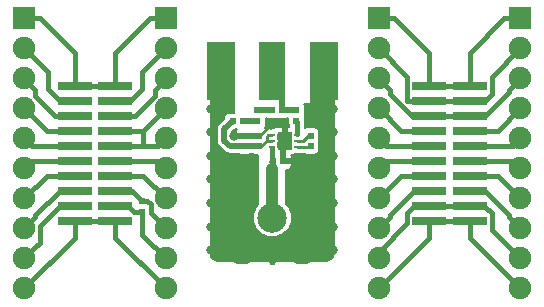
<source format=gtl>
G04 #@! TF.FileFunction,Copper,L1,Top,Signal*
%FSLAX46Y46*%
G04 Gerber Fmt 4.6, Leading zero omitted, Abs format (unit mm)*
G04 Created by KiCad (PCBNEW 4.1.0-alpha+201605071002+6776~44~ubuntu14.04.1-product) date Mon 30 May 2016 01:00:06 BST*
%MOMM*%
%LPD*%
G01*
G04 APERTURE LIST*
%ADD10C,0.100000*%
%ADD11R,2.920000X0.740000*%
%ADD12R,0.620000X0.620000*%
%ADD13R,1.900000X1.900000*%
%ADD14C,1.900000*%
%ADD15R,0.500000X0.280000*%
%ADD16R,0.500000X0.500000*%
%ADD17R,1.280000X1.500000*%
%ADD18C,2.500000*%
%ADD19C,2.800000*%
%ADD20R,2.300000X5.000000*%
%ADD21R,2.400000X5.000000*%
%ADD22C,0.800000*%
%ADD23C,0.400000*%
%ADD24C,0.500000*%
%ADD25C,0.250000*%
%ADD26C,0.450000*%
%ADD27C,1.000000*%
%ADD28C,0.200000*%
G04 APERTURE END LIST*
D10*
D11*
X106285000Y-107285000D03*
X109715000Y-107285000D03*
X106285000Y-108555000D03*
X109715000Y-108555000D03*
X106285000Y-109825000D03*
X109715000Y-109825000D03*
X106285000Y-111095000D03*
X109715000Y-111095000D03*
X106285000Y-112365000D03*
X109715000Y-112365000D03*
X106285000Y-113635000D03*
X109715000Y-113635000D03*
X106285000Y-114905000D03*
X109715000Y-114905000D03*
X106285000Y-116175000D03*
X109715000Y-116175000D03*
X106285000Y-117445000D03*
X109715000Y-117445000D03*
X106285000Y-118715000D03*
X109715000Y-118715000D03*
X136285000Y-107285000D03*
X139715000Y-107285000D03*
X136285000Y-108555000D03*
X139715000Y-108555000D03*
X136285000Y-109825000D03*
X139715000Y-109825000D03*
X136285000Y-111095000D03*
X139715000Y-111095000D03*
X136285000Y-112365000D03*
X139715000Y-112365000D03*
X136285000Y-113635000D03*
X139715000Y-113635000D03*
X136285000Y-114905000D03*
X139715000Y-114905000D03*
X136285000Y-116175000D03*
X139715000Y-116175000D03*
X136285000Y-117445000D03*
X139715000Y-117445000D03*
X136285000Y-118715000D03*
X139715000Y-118715000D03*
D12*
X112000000Y-117950000D03*
X112000000Y-117050000D03*
D13*
X102000000Y-101570000D03*
D14*
X102000000Y-104110000D03*
X102000000Y-106650000D03*
X102000000Y-109190000D03*
X102000000Y-111730000D03*
X102000000Y-114270000D03*
X102000000Y-116810000D03*
X102000000Y-119350000D03*
X102000000Y-121890000D03*
X102000000Y-124430000D03*
D13*
X114000000Y-101570000D03*
D14*
X114000000Y-104110000D03*
X114000000Y-106650000D03*
X114000000Y-109190000D03*
X114000000Y-111730000D03*
X114000000Y-114270000D03*
X114000000Y-116810000D03*
X114000000Y-119350000D03*
X114000000Y-121890000D03*
X114000000Y-124430000D03*
D13*
X132000000Y-101570000D03*
D14*
X132000000Y-104110000D03*
X132000000Y-106650000D03*
X132000000Y-109190000D03*
X132000000Y-111730000D03*
X132000000Y-114270000D03*
X132000000Y-116810000D03*
X132000000Y-119350000D03*
X132000000Y-121890000D03*
X132000000Y-124430000D03*
D13*
X144000000Y-101570000D03*
D14*
X144000000Y-104110000D03*
X144000000Y-106650000D03*
X144000000Y-109190000D03*
X144000000Y-111730000D03*
X144000000Y-114270000D03*
X144000000Y-116810000D03*
X144000000Y-119350000D03*
X144000000Y-121890000D03*
X144000000Y-124430000D03*
D12*
X120650000Y-112400000D03*
X120650000Y-111500000D03*
X121850000Y-112400000D03*
X121850000Y-111500000D03*
X125050000Y-110250000D03*
X125050000Y-109350000D03*
D15*
X122960000Y-111410000D03*
X122960000Y-111950000D03*
X122960000Y-112490000D03*
X125140000Y-112490000D03*
X125140000Y-111950000D03*
X125140000Y-111410000D03*
D16*
X123700000Y-111600000D03*
X123700000Y-112300000D03*
X124400000Y-111600000D03*
X124400000Y-112300000D03*
D17*
X124050000Y-111950000D03*
D12*
X123050000Y-113650000D03*
X123950000Y-113650000D03*
X126250000Y-112400000D03*
X126250000Y-111500000D03*
X119650000Y-110250000D03*
X120550000Y-110250000D03*
X121750000Y-110250000D03*
X121750000Y-109350000D03*
X122950000Y-109350000D03*
X123850000Y-109350000D03*
D18*
X123000000Y-118450000D03*
D19*
X125540000Y-115910000D03*
X120460000Y-115910000D03*
X125540000Y-120990000D03*
X120460000Y-120990000D03*
D20*
X123000000Y-106000000D03*
D21*
X118625000Y-106000000D03*
X127375000Y-106000000D03*
D22*
X119950000Y-113700000D03*
X121425000Y-113750000D03*
X126550000Y-110425000D03*
X126450000Y-113650000D03*
X117850000Y-121200000D03*
X117850000Y-119200000D03*
X117850000Y-117200000D03*
X117850000Y-115200000D03*
X117850000Y-113200000D03*
X117850000Y-111200000D03*
X128150000Y-121200000D03*
X128150000Y-119200000D03*
X128150000Y-117200000D03*
X128150000Y-115200000D03*
X128150000Y-113200000D03*
X128150000Y-111200000D03*
X122863590Y-110550000D03*
X119800000Y-111500000D03*
X124050000Y-110550000D03*
X124950000Y-113650000D03*
X128150000Y-109200000D03*
X126550000Y-109200000D03*
X127350000Y-109200000D03*
X119450000Y-109200000D03*
X117850000Y-109200000D03*
X118650000Y-109200000D03*
D23*
X139715000Y-118715000D02*
X139715000Y-120145000D01*
X139715000Y-120145000D02*
X144000000Y-124430000D01*
X136285000Y-120145000D02*
X132000000Y-124430000D01*
X136285000Y-118715000D02*
X136285000Y-120145000D01*
X136285000Y-107285000D02*
X136285000Y-104505000D01*
X136285000Y-104505000D02*
X133350000Y-101570000D01*
X133350000Y-101570000D02*
X132000000Y-101570000D01*
X139715000Y-107285000D02*
X139715000Y-104505000D01*
X139715000Y-104505000D02*
X142650000Y-101570000D01*
X142650000Y-101570000D02*
X144000000Y-101570000D01*
X136285000Y-107285000D02*
X139715000Y-107285000D01*
X136285000Y-118715000D02*
X139715000Y-118715000D01*
X106285000Y-107285000D02*
X109715000Y-107285000D01*
X106285000Y-118715000D02*
X109715000Y-118715000D01*
X102000000Y-124430000D02*
X106285000Y-120145000D01*
X106285000Y-120145000D02*
X106285000Y-118715000D01*
X114000000Y-124430000D02*
X109715000Y-120145000D01*
X109715000Y-120145000D02*
X109715000Y-118715000D01*
X114000000Y-101570000D02*
X112650000Y-101570000D01*
X112650000Y-101570000D02*
X109715000Y-104505000D01*
X109715000Y-104505000D02*
X109715000Y-106515000D01*
X109715000Y-106515000D02*
X109715000Y-107285000D01*
X102000000Y-101570000D02*
X103350000Y-101570000D01*
X103350000Y-101570000D02*
X106285000Y-104505000D01*
X106285000Y-104505000D02*
X106285000Y-106515000D01*
X106285000Y-106515000D02*
X106285000Y-107285000D01*
D24*
X119950000Y-113700000D02*
X121375000Y-113700000D01*
X119375000Y-113700000D02*
X119950000Y-113700000D01*
X117850000Y-113200000D02*
X118875000Y-113200000D01*
X118875000Y-113200000D02*
X119375000Y-113700000D01*
X121375000Y-113700000D02*
X121425000Y-113750000D01*
X126550000Y-109200000D02*
X126550000Y-110425000D01*
X124950000Y-113650000D02*
X126450000Y-113650000D01*
X120650000Y-111500000D02*
X121850000Y-111500000D01*
D25*
X117850000Y-117200000D02*
X117850000Y-119200000D01*
X117850000Y-113200000D02*
X117850000Y-115200000D01*
X117850000Y-109200000D02*
X117850000Y-111200000D01*
X117850000Y-109200000D02*
X118650000Y-109200000D01*
X128150000Y-117200000D02*
X128150000Y-119200000D01*
X128150000Y-113200000D02*
X128150000Y-115200000D01*
X128150000Y-109200000D02*
X128150000Y-111200000D01*
X124050000Y-110550000D02*
X122863590Y-110550000D01*
X121850000Y-111500000D02*
X121913590Y-111500000D01*
X121913590Y-111500000D02*
X122863590Y-110550000D01*
D24*
X120650000Y-111500000D02*
X119800000Y-111500000D01*
X124050000Y-111950000D02*
X124050000Y-110550000D01*
X123950000Y-113650000D02*
X123950000Y-112050000D01*
X123950000Y-112050000D02*
X124050000Y-111950000D01*
X123950000Y-113650000D02*
X124950000Y-113650000D01*
X127350000Y-109200000D02*
X126550000Y-109200000D01*
X127375000Y-106000000D02*
X127375000Y-109175000D01*
X127375000Y-109175000D02*
X127350000Y-109200000D01*
X118625000Y-106000000D02*
X118625000Y-109175000D01*
X118625000Y-109175000D02*
X118600000Y-109200000D01*
D23*
X104000000Y-107550002D02*
X104000000Y-106110000D01*
X104000000Y-106110000D02*
X102000000Y-104110000D01*
X106285000Y-108555000D02*
X105004998Y-108555000D01*
X105004998Y-108555000D02*
X104000000Y-107550002D01*
X112000000Y-107550002D02*
X112000000Y-106110000D01*
X112000000Y-106110000D02*
X114000000Y-104110000D01*
X109715000Y-108555000D02*
X110995002Y-108555000D01*
X110995002Y-108555000D02*
X112000000Y-107550002D01*
X106285000Y-109825000D02*
X104633002Y-109825000D01*
X104633002Y-109825000D02*
X102949999Y-108141997D01*
X102949999Y-108141997D02*
X102949999Y-107599999D01*
X102949999Y-107599999D02*
X102000000Y-106650000D01*
X109715000Y-109825000D02*
X111366998Y-109825000D01*
X111366998Y-109825000D02*
X113050001Y-108141997D01*
X113050001Y-108141997D02*
X113050001Y-107599999D01*
X113050001Y-107599999D02*
X114000000Y-106650000D01*
X106285000Y-111095000D02*
X103905000Y-111095000D01*
X103905000Y-111095000D02*
X102000000Y-109190000D01*
X109715000Y-112365000D02*
X112000000Y-112365000D01*
X112000000Y-112365000D02*
X113365000Y-112365000D01*
X112095000Y-111095000D02*
X112095000Y-112270000D01*
X112095000Y-112270000D02*
X112000000Y-112365000D01*
X113365000Y-112365000D02*
X114000000Y-111730000D01*
X109715000Y-111095000D02*
X112095000Y-111095000D01*
X112095000Y-111095000D02*
X114000000Y-109190000D01*
X106285000Y-112365000D02*
X102635000Y-112365000D01*
X102635000Y-112365000D02*
X102000000Y-111730000D01*
X106285000Y-113635000D02*
X102635000Y-113635000D01*
X102635000Y-113635000D02*
X102000000Y-114270000D01*
X109715000Y-113635000D02*
X113365000Y-113635000D01*
X113365000Y-113635000D02*
X114000000Y-114270000D01*
X106285000Y-114905000D02*
X103905000Y-114905000D01*
X103905000Y-114905000D02*
X102000000Y-116810000D01*
X109715000Y-114905000D02*
X112095000Y-114905000D01*
X112095000Y-114905000D02*
X114000000Y-116810000D01*
X106285000Y-116175000D02*
X105004998Y-116175000D01*
X105004998Y-116175000D02*
X102949999Y-118229999D01*
X102949999Y-118229999D02*
X102949999Y-118400001D01*
X102949999Y-118400001D02*
X102000000Y-119350000D01*
X112000000Y-117050000D02*
X111125000Y-116175000D01*
X111125000Y-116175000D02*
X109715000Y-116175000D01*
X112000000Y-117050000D02*
X112440002Y-117050000D01*
X112440002Y-117050000D02*
X112710001Y-117319999D01*
X112710001Y-117319999D02*
X112710001Y-118060001D01*
X112710001Y-118060001D02*
X113050001Y-118400001D01*
X113050001Y-118400001D02*
X114000000Y-119350000D01*
X106285000Y-117445000D02*
X105004998Y-117445000D01*
X105004998Y-117445000D02*
X103350001Y-119099997D01*
X103350001Y-119099997D02*
X103350001Y-120539999D01*
X103350001Y-120539999D02*
X102949999Y-120940001D01*
X102949999Y-120940001D02*
X102000000Y-121890000D01*
X112000000Y-117950000D02*
X112000000Y-119890000D01*
X112000000Y-119890000D02*
X114000000Y-121890000D01*
X109715000Y-117445000D02*
X110785000Y-117445000D01*
X110785000Y-117445000D02*
X111290000Y-117950000D01*
X111290000Y-117950000D02*
X112000000Y-117950000D01*
X144000000Y-104110000D02*
X141575001Y-106534999D01*
X141575001Y-106534999D02*
X141575001Y-107975001D01*
X141575001Y-107975001D02*
X140995002Y-108555000D01*
X140995002Y-108555000D02*
X139715000Y-108555000D01*
X136285000Y-108555000D02*
X134424999Y-108554999D01*
X134424999Y-108554999D02*
X134424999Y-106534999D01*
X134424999Y-106534999D02*
X132000000Y-104110000D01*
X139715000Y-108555000D02*
X136285000Y-108555000D01*
X139715000Y-109825000D02*
X140995002Y-109825000D01*
X140995002Y-109825000D02*
X143050001Y-107770001D01*
X143050001Y-107599999D02*
X144000000Y-106650000D01*
X143050001Y-107770001D02*
X143050001Y-107599999D01*
X136285000Y-109825000D02*
X134846458Y-109825000D01*
X134846458Y-109825000D02*
X132949999Y-107928541D01*
X132949999Y-107928541D02*
X132949999Y-107599999D01*
X132949999Y-107599999D02*
X132000000Y-106650000D01*
X136285000Y-109825000D02*
X139715000Y-109825000D01*
X136285000Y-111095000D02*
X133905000Y-111095000D01*
X133905000Y-111095000D02*
X132000000Y-109190000D01*
X139715000Y-111095000D02*
X142095000Y-111095000D01*
X142095000Y-111095000D02*
X144000000Y-109190000D01*
X136285000Y-112365000D02*
X132635000Y-112365000D01*
X132635000Y-112365000D02*
X132000000Y-111730000D01*
X139715000Y-112365000D02*
X143365000Y-112365000D01*
X143365000Y-112365000D02*
X144000000Y-111730000D01*
X136285000Y-113635000D02*
X132635000Y-113635000D01*
X132635000Y-113635000D02*
X132000000Y-114270000D01*
X139715000Y-113635000D02*
X143365000Y-113635000D01*
X143365000Y-113635000D02*
X144000000Y-114270000D01*
X136285000Y-114905000D02*
X133905000Y-114905000D01*
X133905000Y-114905000D02*
X132000000Y-116810000D01*
X139715000Y-114905000D02*
X142095000Y-114905000D01*
X142095000Y-114905000D02*
X144000000Y-116810000D01*
X136285000Y-116175000D02*
X135004998Y-116175000D01*
X135004998Y-116175000D02*
X132949999Y-118229999D01*
X132949999Y-118229999D02*
X132949999Y-118400001D01*
X132949999Y-118400001D02*
X132000000Y-119350000D01*
X139715000Y-116175000D02*
X140995002Y-116175000D01*
X140995002Y-116175000D02*
X143050001Y-118229999D01*
X143050001Y-118229999D02*
X143050001Y-118400001D01*
X143050001Y-118400001D02*
X144000000Y-119350000D01*
X144000000Y-121890000D02*
X141575001Y-119465001D01*
X141575001Y-119465001D02*
X141575001Y-118024999D01*
X141575001Y-118024999D02*
X141050002Y-117500000D01*
X141050002Y-117500000D02*
X139770000Y-117500000D01*
X139770000Y-117500000D02*
X139715000Y-117445000D01*
X132000000Y-121890000D02*
X132000000Y-121348002D01*
X132000000Y-121348002D02*
X134424999Y-118923003D01*
X134424999Y-118923003D02*
X134424999Y-118024999D01*
X134424999Y-118024999D02*
X135004998Y-117445000D01*
X135004998Y-117445000D02*
X136285000Y-117445000D01*
X136285000Y-117445000D02*
X139715000Y-117445000D01*
D24*
X119650000Y-110250000D02*
X118949999Y-110950001D01*
X118949999Y-110950001D02*
X118949999Y-111908001D01*
X118949999Y-111908001D02*
X119441998Y-112400000D01*
X119441998Y-112400000D02*
X119840000Y-112400000D01*
X119840000Y-112400000D02*
X120650000Y-112400000D01*
D25*
X122960000Y-111410000D02*
X122640000Y-111410000D01*
X122640000Y-111410000D02*
X122524998Y-111525002D01*
X122524998Y-111525002D02*
X122524998Y-111950000D01*
X122960000Y-111950000D02*
X122524998Y-111950000D01*
X122524998Y-111950000D02*
X122074998Y-112400000D01*
X122074998Y-112400000D02*
X121850000Y-112400000D01*
D24*
X120650000Y-112400000D02*
X121850000Y-112400000D01*
D25*
X125140000Y-111410000D02*
X125140000Y-111310000D01*
D23*
X125140000Y-111310000D02*
X125140000Y-110340000D01*
X125140000Y-110340000D02*
X125050000Y-110250000D01*
D24*
X123850000Y-109350000D02*
X125050000Y-109350000D01*
X123850000Y-109350000D02*
X123850000Y-106850000D01*
X123850000Y-106850000D02*
X123000000Y-106000000D01*
D25*
X123000000Y-114300000D02*
X123050000Y-114250000D01*
X123050000Y-114250000D02*
X123050000Y-113650000D01*
D26*
X122960000Y-112640000D02*
X122960000Y-113660000D01*
D25*
X122960000Y-112490000D02*
X122960000Y-112640000D01*
D27*
X123000000Y-118450000D02*
X123000000Y-114300000D01*
D23*
X122960000Y-113560000D02*
X123050000Y-113650000D01*
D24*
X123000000Y-113700000D02*
X123050000Y-113650000D01*
D25*
X125140000Y-112490000D02*
X126160000Y-112490000D01*
X126160000Y-112490000D02*
X126250000Y-112400000D01*
X126250000Y-111500000D02*
X126025002Y-111500000D01*
X126025002Y-111500000D02*
X125575002Y-111950000D01*
X125575002Y-111950000D02*
X125140000Y-111950000D01*
D24*
X120550000Y-110250000D02*
X121750000Y-110250000D01*
X121750000Y-109350000D02*
X122950000Y-109350000D01*
D28*
G36*
X119750000Y-109532164D02*
X119340000Y-109532164D01*
X119183928Y-109563209D01*
X119051616Y-109651616D01*
X118963209Y-109783928D01*
X118932164Y-109940000D01*
X118932164Y-110048598D01*
X118490380Y-110490382D01*
X118349477Y-110701256D01*
X118349477Y-110701257D01*
X118299999Y-110950001D01*
X118299999Y-111908001D01*
X118328245Y-112050002D01*
X118349477Y-112156746D01*
X118490380Y-112367620D01*
X118982379Y-112859620D01*
X119193254Y-113000522D01*
X119441998Y-113050000D01*
X120128866Y-113050000D01*
X120183928Y-113086791D01*
X120340000Y-113117836D01*
X120960000Y-113117836D01*
X121116072Y-113086791D01*
X121171134Y-113050000D01*
X121328866Y-113050000D01*
X121383928Y-113086791D01*
X121540000Y-113117836D01*
X121800000Y-113117836D01*
X121800000Y-117316489D01*
X121602014Y-117514130D01*
X121350287Y-118120355D01*
X121349715Y-118776765D01*
X121600383Y-119383429D01*
X122064130Y-119847986D01*
X122670355Y-120099713D01*
X123326765Y-120100285D01*
X123933429Y-119849617D01*
X124397986Y-119385870D01*
X124649713Y-118779645D01*
X124650285Y-118123235D01*
X124399617Y-117516571D01*
X124200000Y-117316605D01*
X124200000Y-114360000D01*
X124339565Y-114360000D01*
X124486582Y-114299104D01*
X124599104Y-114186582D01*
X124660000Y-114039565D01*
X124660000Y-113800000D01*
X124560000Y-113700000D01*
X124000000Y-113700000D01*
X124000000Y-113720000D01*
X123900000Y-113720000D01*
X123900000Y-113700000D01*
X123880000Y-113700000D01*
X123880000Y-113600000D01*
X123900000Y-113600000D01*
X123900000Y-113580000D01*
X124000000Y-113580000D01*
X124000000Y-113600000D01*
X124560000Y-113600000D01*
X124660000Y-113500000D01*
X124660000Y-113260435D01*
X124599104Y-113113418D01*
X124585686Y-113100000D01*
X124769565Y-113100000D01*
X124916582Y-113039104D01*
X124917850Y-113037836D01*
X125390000Y-113037836D01*
X125504803Y-113015000D01*
X125676484Y-113015000D01*
X125783928Y-113086791D01*
X125940000Y-113117836D01*
X126560000Y-113117836D01*
X126716072Y-113086791D01*
X126848384Y-112998384D01*
X126936791Y-112866072D01*
X126967836Y-112710000D01*
X126967836Y-112090000D01*
X126939988Y-111950000D01*
X126967836Y-111810000D01*
X126967836Y-111190000D01*
X126936791Y-111033928D01*
X126848384Y-110901616D01*
X126716072Y-110813209D01*
X126560000Y-110782164D01*
X125940000Y-110782164D01*
X125783928Y-110813209D01*
X125740000Y-110842560D01*
X125740000Y-110699939D01*
X125767836Y-110560000D01*
X125767836Y-109940000D01*
X125739988Y-109800000D01*
X125767836Y-109660000D01*
X125767836Y-109040000D01*
X125736791Y-108883928D01*
X125714121Y-108850000D01*
X126150000Y-108850000D01*
X126188268Y-108842388D01*
X126220711Y-108820711D01*
X126242388Y-108788268D01*
X126250000Y-108750000D01*
X126250000Y-103905000D01*
X128195000Y-103905000D01*
X128195000Y-121460112D01*
X128142378Y-121724660D01*
X128015118Y-121915118D01*
X127824660Y-122042378D01*
X127560112Y-122095000D01*
X123500000Y-122095000D01*
X123345013Y-122125829D01*
X123213622Y-122213622D01*
X123125829Y-122345013D01*
X123114891Y-122400000D01*
X122885109Y-122400000D01*
X122874171Y-122345013D01*
X122786378Y-122213622D01*
X122654987Y-122125829D01*
X122500000Y-122095000D01*
X118439888Y-122095000D01*
X118175340Y-122042378D01*
X117984882Y-121915118D01*
X117857622Y-121724660D01*
X117805000Y-121460112D01*
X117805000Y-103905000D01*
X119750000Y-103905000D01*
X119750000Y-109532164D01*
X119750000Y-109532164D01*
G37*
X119750000Y-109532164D02*
X119340000Y-109532164D01*
X119183928Y-109563209D01*
X119051616Y-109651616D01*
X118963209Y-109783928D01*
X118932164Y-109940000D01*
X118932164Y-110048598D01*
X118490380Y-110490382D01*
X118349477Y-110701256D01*
X118349477Y-110701257D01*
X118299999Y-110950001D01*
X118299999Y-111908001D01*
X118328245Y-112050002D01*
X118349477Y-112156746D01*
X118490380Y-112367620D01*
X118982379Y-112859620D01*
X119193254Y-113000522D01*
X119441998Y-113050000D01*
X120128866Y-113050000D01*
X120183928Y-113086791D01*
X120340000Y-113117836D01*
X120960000Y-113117836D01*
X121116072Y-113086791D01*
X121171134Y-113050000D01*
X121328866Y-113050000D01*
X121383928Y-113086791D01*
X121540000Y-113117836D01*
X121800000Y-113117836D01*
X121800000Y-117316489D01*
X121602014Y-117514130D01*
X121350287Y-118120355D01*
X121349715Y-118776765D01*
X121600383Y-119383429D01*
X122064130Y-119847986D01*
X122670355Y-120099713D01*
X123326765Y-120100285D01*
X123933429Y-119849617D01*
X124397986Y-119385870D01*
X124649713Y-118779645D01*
X124650285Y-118123235D01*
X124399617Y-117516571D01*
X124200000Y-117316605D01*
X124200000Y-114360000D01*
X124339565Y-114360000D01*
X124486582Y-114299104D01*
X124599104Y-114186582D01*
X124660000Y-114039565D01*
X124660000Y-113800000D01*
X124560000Y-113700000D01*
X124000000Y-113700000D01*
X124000000Y-113720000D01*
X123900000Y-113720000D01*
X123900000Y-113700000D01*
X123880000Y-113700000D01*
X123880000Y-113600000D01*
X123900000Y-113600000D01*
X123900000Y-113580000D01*
X124000000Y-113580000D01*
X124000000Y-113600000D01*
X124560000Y-113600000D01*
X124660000Y-113500000D01*
X124660000Y-113260435D01*
X124599104Y-113113418D01*
X124585686Y-113100000D01*
X124769565Y-113100000D01*
X124916582Y-113039104D01*
X124917850Y-113037836D01*
X125390000Y-113037836D01*
X125504803Y-113015000D01*
X125676484Y-113015000D01*
X125783928Y-113086791D01*
X125940000Y-113117836D01*
X126560000Y-113117836D01*
X126716072Y-113086791D01*
X126848384Y-112998384D01*
X126936791Y-112866072D01*
X126967836Y-112710000D01*
X126967836Y-112090000D01*
X126939988Y-111950000D01*
X126967836Y-111810000D01*
X126967836Y-111190000D01*
X126936791Y-111033928D01*
X126848384Y-110901616D01*
X126716072Y-110813209D01*
X126560000Y-110782164D01*
X125940000Y-110782164D01*
X125783928Y-110813209D01*
X125740000Y-110842560D01*
X125740000Y-110699939D01*
X125767836Y-110560000D01*
X125767836Y-109940000D01*
X125739988Y-109800000D01*
X125767836Y-109660000D01*
X125767836Y-109040000D01*
X125736791Y-108883928D01*
X125714121Y-108850000D01*
X126150000Y-108850000D01*
X126188268Y-108842388D01*
X126220711Y-108820711D01*
X126242388Y-108788268D01*
X126250000Y-108750000D01*
X126250000Y-103905000D01*
X128195000Y-103905000D01*
X128195000Y-121460112D01*
X128142378Y-121724660D01*
X128015118Y-121915118D01*
X127824660Y-122042378D01*
X127560112Y-122095000D01*
X123500000Y-122095000D01*
X123345013Y-122125829D01*
X123213622Y-122213622D01*
X123125829Y-122345013D01*
X123114891Y-122400000D01*
X122885109Y-122400000D01*
X122874171Y-122345013D01*
X122786378Y-122213622D01*
X122654987Y-122125829D01*
X122500000Y-122095000D01*
X118439888Y-122095000D01*
X118175340Y-122042378D01*
X117984882Y-121915118D01*
X117857622Y-121724660D01*
X117805000Y-121460112D01*
X117805000Y-103905000D01*
X119750000Y-103905000D01*
X119750000Y-109532164D01*
G36*
X120000896Y-110963418D02*
X119940000Y-111110435D01*
X119940000Y-111350000D01*
X120040000Y-111450000D01*
X120600000Y-111450000D01*
X120600000Y-111430000D01*
X120700000Y-111430000D01*
X120700000Y-111450000D01*
X121800000Y-111450000D01*
X121800000Y-111430000D01*
X121900000Y-111430000D01*
X121900000Y-111450000D01*
X121920000Y-111450000D01*
X121920000Y-111550000D01*
X121900000Y-111550000D01*
X121900000Y-111570000D01*
X121800000Y-111570000D01*
X121800000Y-111550000D01*
X120700000Y-111550000D01*
X120700000Y-111570000D01*
X120600000Y-111570000D01*
X120600000Y-111550000D01*
X120040000Y-111550000D01*
X119940000Y-111650000D01*
X119940000Y-111750000D01*
X119711237Y-111750000D01*
X119599999Y-111638763D01*
X119599999Y-111219239D01*
X119851402Y-110967836D01*
X119960000Y-110967836D01*
X120005536Y-110958778D01*
X120000896Y-110963418D01*
X120000896Y-110963418D01*
G37*
X120000896Y-110963418D02*
X119940000Y-111110435D01*
X119940000Y-111350000D01*
X120040000Y-111450000D01*
X120600000Y-111450000D01*
X120600000Y-111430000D01*
X120700000Y-111430000D01*
X120700000Y-111450000D01*
X121800000Y-111450000D01*
X121800000Y-111430000D01*
X121900000Y-111430000D01*
X121900000Y-111450000D01*
X121920000Y-111450000D01*
X121920000Y-111550000D01*
X121900000Y-111550000D01*
X121900000Y-111570000D01*
X121800000Y-111570000D01*
X121800000Y-111550000D01*
X120700000Y-111550000D01*
X120700000Y-111570000D01*
X120600000Y-111570000D01*
X120600000Y-111550000D01*
X120040000Y-111550000D01*
X119940000Y-111650000D01*
X119940000Y-111750000D01*
X119711237Y-111750000D01*
X119599999Y-111638763D01*
X119599999Y-111219239D01*
X119851402Y-110967836D01*
X119960000Y-110967836D01*
X120005536Y-110958778D01*
X120000896Y-110963418D01*
G36*
X124332164Y-110560000D02*
X124363209Y-110716072D01*
X124419287Y-110800000D01*
X124200000Y-110800000D01*
X124100000Y-110900000D01*
X124100000Y-110950000D01*
X124070435Y-110950000D01*
X124050000Y-110958464D01*
X124029565Y-110950000D01*
X124000000Y-110950000D01*
X124000000Y-110900000D01*
X123900000Y-110800000D01*
X123330435Y-110800000D01*
X123183418Y-110860896D01*
X123182150Y-110862164D01*
X122710000Y-110862164D01*
X122553928Y-110893209D01*
X122534937Y-110905898D01*
X122457072Y-110921386D01*
X122386582Y-110850896D01*
X122355350Y-110837959D01*
X122436791Y-110716072D01*
X122467836Y-110560000D01*
X122467836Y-110026039D01*
X122483928Y-110036791D01*
X122640000Y-110067836D01*
X123260000Y-110067836D01*
X123400000Y-110039988D01*
X123540000Y-110067836D01*
X124160000Y-110067836D01*
X124316072Y-110036791D01*
X124332164Y-110026039D01*
X124332164Y-110560000D01*
X124332164Y-110560000D01*
G37*
X124332164Y-110560000D02*
X124363209Y-110716072D01*
X124419287Y-110800000D01*
X124200000Y-110800000D01*
X124100000Y-110900000D01*
X124100000Y-110950000D01*
X124070435Y-110950000D01*
X124050000Y-110958464D01*
X124029565Y-110950000D01*
X124000000Y-110950000D01*
X124000000Y-110900000D01*
X123900000Y-110800000D01*
X123330435Y-110800000D01*
X123183418Y-110860896D01*
X123182150Y-110862164D01*
X122710000Y-110862164D01*
X122553928Y-110893209D01*
X122534937Y-110905898D01*
X122457072Y-110921386D01*
X122386582Y-110850896D01*
X122355350Y-110837959D01*
X122436791Y-110716072D01*
X122467836Y-110560000D01*
X122467836Y-110026039D01*
X122483928Y-110036791D01*
X122640000Y-110067836D01*
X123260000Y-110067836D01*
X123400000Y-110039988D01*
X123540000Y-110067836D01*
X124160000Y-110067836D01*
X124316072Y-110036791D01*
X124332164Y-110026039D01*
X124332164Y-110560000D01*
M02*

</source>
